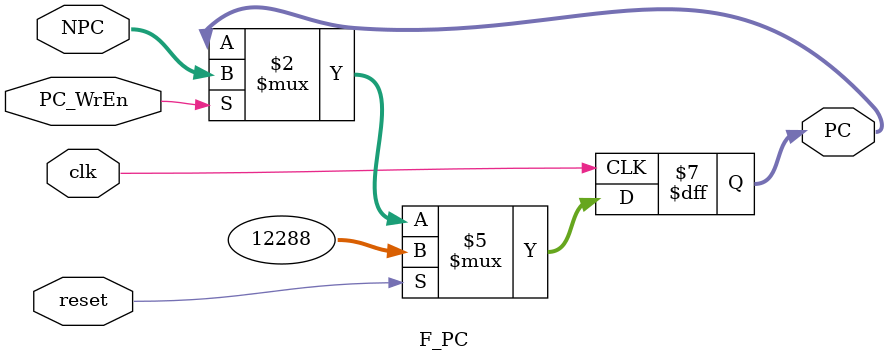
<source format=v>
`timescale 1ns / 1ps
`include "def.v"

module F_PC(
    input clk,
    input reset,
    input PC_WrEn,
    input [31:0] NPC,
    output reg [31:0] PC
    );

    always @(posedge clk) begin
        if(reset) begin
            PC <= 32'h0000_3000;
        end else if(PC_WrEn) begin
            PC <= NPC;
        end
    end

endmodule

</source>
